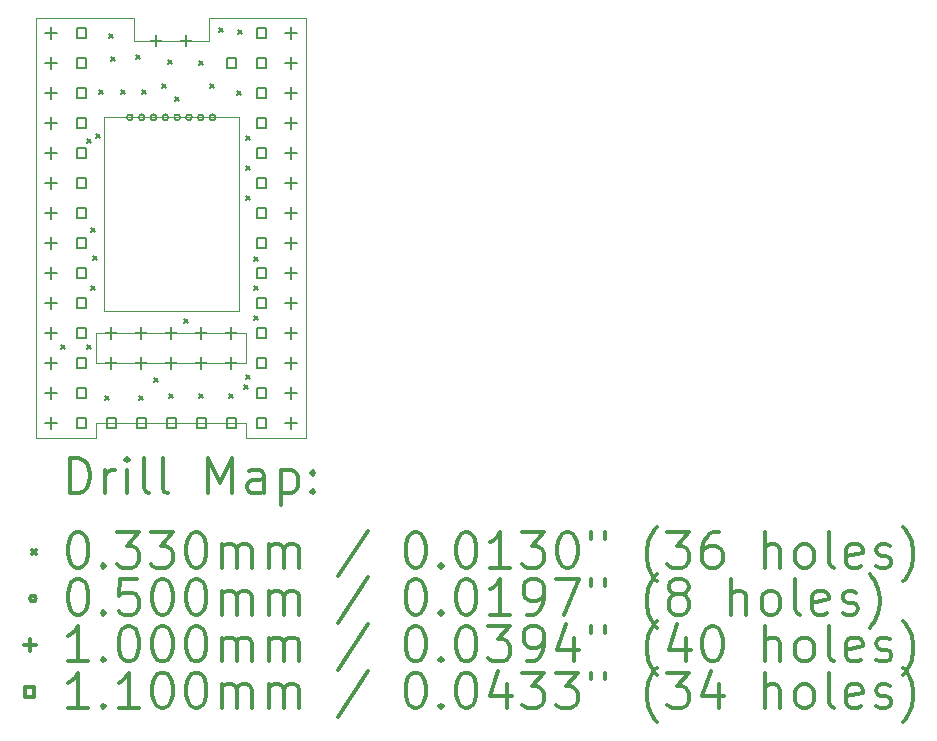
<source format=gbr>
%FSLAX45Y45*%
G04 Gerber Fmt 4.5, Leading zero omitted, Abs format (unit mm)*
G04 Created by KiCad (PCBNEW (5.1.10)-1) date 2022-03-14 22:22:43*
%MOMM*%
%LPD*%
G01*
G04 APERTURE LIST*
%TA.AperFunction,Profile*%
%ADD10C,0.050000*%
%TD*%
%ADD11C,0.200000*%
%ADD12C,0.300000*%
G04 APERTURE END LIST*
D10*
X15367000Y-11557000D02*
X14859000Y-11557000D01*
X15367000Y-11430000D02*
X15367000Y-11557000D01*
X16637000Y-11430000D02*
X15367000Y-11430000D01*
X16637000Y-11557000D02*
X16637000Y-11430000D01*
X17145000Y-11557000D02*
X16637000Y-11557000D01*
X16637000Y-10922000D02*
X16637000Y-10668000D01*
X15367000Y-10922000D02*
X16637000Y-10922000D01*
X15367000Y-10668000D02*
X15367000Y-10922000D01*
X15430500Y-10477500D02*
X15430500Y-8841740D01*
X16573500Y-10477500D02*
X15430500Y-10477500D01*
X16573500Y-8841740D02*
X16573500Y-10477500D01*
X15430500Y-8841740D02*
X16573500Y-8841740D01*
X16637000Y-10668000D02*
X15367000Y-10668000D01*
X15684500Y-8001000D02*
X14859000Y-8001000D01*
X15684500Y-8191500D02*
X15684500Y-8001000D01*
X16319500Y-8191500D02*
X15684500Y-8191500D01*
X16319500Y-8001000D02*
X16319500Y-8191500D01*
X17145000Y-8001000D02*
X16319500Y-8001000D01*
X14859000Y-11557000D02*
X14859000Y-8001000D01*
X17145000Y-8001000D02*
X17145000Y-11557000D01*
D11*
X15071090Y-10765790D02*
X15104110Y-10798810D01*
X15104110Y-10765790D02*
X15071090Y-10798810D01*
X15286990Y-10765790D02*
X15320010Y-10798810D01*
X15320010Y-10765790D02*
X15286990Y-10798810D01*
X15288228Y-9026771D02*
X15321248Y-9059791D01*
X15321248Y-9026771D02*
X15288228Y-9059791D01*
X15325090Y-9775190D02*
X15358110Y-9808210D01*
X15358110Y-9775190D02*
X15325090Y-9808210D01*
X15325090Y-10270490D02*
X15358110Y-10303510D01*
X15358110Y-10270490D02*
X15325090Y-10303510D01*
X15337790Y-10016490D02*
X15370810Y-10049510D01*
X15370810Y-10016490D02*
X15337790Y-10049510D01*
X15361959Y-8986024D02*
X15394979Y-9019044D01*
X15394979Y-8986024D02*
X15361959Y-9019044D01*
X15388590Y-8606790D02*
X15421610Y-8639810D01*
X15421610Y-8606790D02*
X15388590Y-8639810D01*
X15439390Y-11197590D02*
X15472410Y-11230610D01*
X15472410Y-11197590D02*
X15439390Y-11230610D01*
X15477490Y-8136890D02*
X15510510Y-8169910D01*
X15510510Y-8136890D02*
X15477490Y-8169910D01*
X15490190Y-8327390D02*
X15523210Y-8360410D01*
X15523210Y-8327390D02*
X15490190Y-8360410D01*
X15579090Y-8606790D02*
X15612110Y-8639810D01*
X15612110Y-8606790D02*
X15579090Y-8639810D01*
X15706090Y-8314690D02*
X15739110Y-8347710D01*
X15739110Y-8314690D02*
X15706090Y-8347710D01*
X15731490Y-11197590D02*
X15764510Y-11230610D01*
X15764510Y-11197590D02*
X15731490Y-11230610D01*
X15756890Y-8606790D02*
X15789910Y-8639810D01*
X15789910Y-8606790D02*
X15756890Y-8639810D01*
X15858490Y-11045190D02*
X15891510Y-11078210D01*
X15891510Y-11045190D02*
X15858490Y-11078210D01*
X15921990Y-8555990D02*
X15955010Y-8589010D01*
X15955010Y-8555990D02*
X15921990Y-8589010D01*
X15972790Y-8352790D02*
X16005810Y-8385810D01*
X16005810Y-8352790D02*
X15972790Y-8385810D01*
X15985490Y-11184890D02*
X16018510Y-11217910D01*
X16018510Y-11184890D02*
X15985490Y-11217910D01*
X16036290Y-8670290D02*
X16069310Y-8703310D01*
X16069310Y-8670290D02*
X16036290Y-8703310D01*
X16112490Y-10549890D02*
X16145510Y-10582910D01*
X16145510Y-10549890D02*
X16112490Y-10582910D01*
X16239490Y-8365490D02*
X16272510Y-8398510D01*
X16272510Y-8365490D02*
X16239490Y-8398510D01*
X16239490Y-11184890D02*
X16272510Y-11217910D01*
X16272510Y-11184890D02*
X16239490Y-11217910D01*
X16328390Y-8555990D02*
X16361410Y-8589010D01*
X16361410Y-8555990D02*
X16328390Y-8589010D01*
X16404590Y-8086090D02*
X16437610Y-8119110D01*
X16437610Y-8086090D02*
X16404590Y-8119110D01*
X16493490Y-11184890D02*
X16526510Y-11217910D01*
X16526510Y-11184890D02*
X16493490Y-11217910D01*
X16556990Y-8619490D02*
X16590010Y-8652510D01*
X16590010Y-8619490D02*
X16556990Y-8652510D01*
X16569690Y-8098790D02*
X16602710Y-8131810D01*
X16602710Y-8098790D02*
X16569690Y-8131810D01*
X16615105Y-11105495D02*
X16648125Y-11138515D01*
X16648125Y-11105495D02*
X16615105Y-11138515D01*
X16633190Y-9000490D02*
X16666210Y-9033510D01*
X16666210Y-9000490D02*
X16633190Y-9033510D01*
X16633190Y-9254490D02*
X16666210Y-9287510D01*
X16666210Y-9254490D02*
X16633190Y-9287510D01*
X16633190Y-9508490D02*
X16666210Y-9541510D01*
X16666210Y-9508490D02*
X16633190Y-9541510D01*
X16635730Y-11022330D02*
X16668750Y-11055350D01*
X16668750Y-11022330D02*
X16635730Y-11055350D01*
X16704310Y-10270490D02*
X16737330Y-10303510D01*
X16737330Y-10270490D02*
X16704310Y-10303510D01*
X16704310Y-10527030D02*
X16737330Y-10560050D01*
X16737330Y-10527030D02*
X16704310Y-10560050D01*
X16706850Y-10021570D02*
X16739870Y-10054590D01*
X16739870Y-10021570D02*
X16706850Y-10054590D01*
X15677000Y-8841840D02*
G75*
G03*
X15677000Y-8841840I-25000J0D01*
G01*
X15777000Y-8841840D02*
G75*
G03*
X15777000Y-8841840I-25000J0D01*
G01*
X15877000Y-8841840D02*
G75*
G03*
X15877000Y-8841840I-25000J0D01*
G01*
X15977000Y-8841840D02*
G75*
G03*
X15977000Y-8841840I-25000J0D01*
G01*
X16077000Y-8841840D02*
G75*
G03*
X16077000Y-8841840I-25000J0D01*
G01*
X16177000Y-8841840D02*
G75*
G03*
X16177000Y-8841840I-25000J0D01*
G01*
X16277000Y-8841840D02*
G75*
G03*
X16277000Y-8841840I-25000J0D01*
G01*
X16377000Y-8841840D02*
G75*
G03*
X16377000Y-8841840I-25000J0D01*
G01*
X14986000Y-8078000D02*
X14986000Y-8178000D01*
X14936000Y-8128000D02*
X15036000Y-8128000D01*
X14986000Y-8332000D02*
X14986000Y-8432000D01*
X14936000Y-8382000D02*
X15036000Y-8382000D01*
X14986000Y-8586000D02*
X14986000Y-8686000D01*
X14936000Y-8636000D02*
X15036000Y-8636000D01*
X14986000Y-8840000D02*
X14986000Y-8940000D01*
X14936000Y-8890000D02*
X15036000Y-8890000D01*
X14986000Y-9094000D02*
X14986000Y-9194000D01*
X14936000Y-9144000D02*
X15036000Y-9144000D01*
X14986000Y-9348000D02*
X14986000Y-9448000D01*
X14936000Y-9398000D02*
X15036000Y-9398000D01*
X14986000Y-9602000D02*
X14986000Y-9702000D01*
X14936000Y-9652000D02*
X15036000Y-9652000D01*
X14986000Y-9856000D02*
X14986000Y-9956000D01*
X14936000Y-9906000D02*
X15036000Y-9906000D01*
X14986000Y-10110000D02*
X14986000Y-10210000D01*
X14936000Y-10160000D02*
X15036000Y-10160000D01*
X14986000Y-10364000D02*
X14986000Y-10464000D01*
X14936000Y-10414000D02*
X15036000Y-10414000D01*
X14986000Y-10618000D02*
X14986000Y-10718000D01*
X14936000Y-10668000D02*
X15036000Y-10668000D01*
X14986000Y-10872000D02*
X14986000Y-10972000D01*
X14936000Y-10922000D02*
X15036000Y-10922000D01*
X14986000Y-11126000D02*
X14986000Y-11226000D01*
X14936000Y-11176000D02*
X15036000Y-11176000D01*
X14986000Y-11380000D02*
X14986000Y-11480000D01*
X14936000Y-11430000D02*
X15036000Y-11430000D01*
X15494000Y-10618000D02*
X15494000Y-10718000D01*
X15444000Y-10668000D02*
X15544000Y-10668000D01*
X15494000Y-10872000D02*
X15494000Y-10972000D01*
X15444000Y-10922000D02*
X15544000Y-10922000D01*
X15748000Y-10618000D02*
X15748000Y-10718000D01*
X15698000Y-10668000D02*
X15798000Y-10668000D01*
X15748000Y-10872000D02*
X15748000Y-10972000D01*
X15698000Y-10922000D02*
X15798000Y-10922000D01*
X15875000Y-8141500D02*
X15875000Y-8241500D01*
X15825000Y-8191500D02*
X15925000Y-8191500D01*
X16002000Y-10618000D02*
X16002000Y-10718000D01*
X15952000Y-10668000D02*
X16052000Y-10668000D01*
X16002000Y-10872000D02*
X16002000Y-10972000D01*
X15952000Y-10922000D02*
X16052000Y-10922000D01*
X16129000Y-8141500D02*
X16129000Y-8241500D01*
X16079000Y-8191500D02*
X16179000Y-8191500D01*
X16256000Y-10618000D02*
X16256000Y-10718000D01*
X16206000Y-10668000D02*
X16306000Y-10668000D01*
X16256000Y-10872000D02*
X16256000Y-10972000D01*
X16206000Y-10922000D02*
X16306000Y-10922000D01*
X16510000Y-10618000D02*
X16510000Y-10718000D01*
X16460000Y-10668000D02*
X16560000Y-10668000D01*
X16510000Y-10872000D02*
X16510000Y-10972000D01*
X16460000Y-10922000D02*
X16560000Y-10922000D01*
X17018000Y-8078000D02*
X17018000Y-8178000D01*
X16968000Y-8128000D02*
X17068000Y-8128000D01*
X17018000Y-8332000D02*
X17018000Y-8432000D01*
X16968000Y-8382000D02*
X17068000Y-8382000D01*
X17018000Y-8586000D02*
X17018000Y-8686000D01*
X16968000Y-8636000D02*
X17068000Y-8636000D01*
X17018000Y-8840000D02*
X17018000Y-8940000D01*
X16968000Y-8890000D02*
X17068000Y-8890000D01*
X17018000Y-9094000D02*
X17018000Y-9194000D01*
X16968000Y-9144000D02*
X17068000Y-9144000D01*
X17018000Y-9348000D02*
X17018000Y-9448000D01*
X16968000Y-9398000D02*
X17068000Y-9398000D01*
X17018000Y-9602000D02*
X17018000Y-9702000D01*
X16968000Y-9652000D02*
X17068000Y-9652000D01*
X17018000Y-9856000D02*
X17018000Y-9956000D01*
X16968000Y-9906000D02*
X17068000Y-9906000D01*
X17018000Y-10110000D02*
X17018000Y-10210000D01*
X16968000Y-10160000D02*
X17068000Y-10160000D01*
X17018000Y-10364000D02*
X17018000Y-10464000D01*
X16968000Y-10414000D02*
X17068000Y-10414000D01*
X17018000Y-10618000D02*
X17018000Y-10718000D01*
X16968000Y-10668000D02*
X17068000Y-10668000D01*
X17018000Y-10872000D02*
X17018000Y-10972000D01*
X16968000Y-10922000D02*
X17068000Y-10922000D01*
X17018000Y-11126000D02*
X17018000Y-11226000D01*
X16968000Y-11176000D02*
X17068000Y-11176000D01*
X17018000Y-11380000D02*
X17018000Y-11480000D01*
X16968000Y-11430000D02*
X17068000Y-11430000D01*
X15278891Y-8166891D02*
X15278891Y-8089109D01*
X15201109Y-8089109D01*
X15201109Y-8166891D01*
X15278891Y-8166891D01*
X15278891Y-8420891D02*
X15278891Y-8343109D01*
X15201109Y-8343109D01*
X15201109Y-8420891D01*
X15278891Y-8420891D01*
X15278891Y-8674891D02*
X15278891Y-8597109D01*
X15201109Y-8597109D01*
X15201109Y-8674891D01*
X15278891Y-8674891D01*
X15278891Y-8928891D02*
X15278891Y-8851109D01*
X15201109Y-8851109D01*
X15201109Y-8928891D01*
X15278891Y-8928891D01*
X15278891Y-9182891D02*
X15278891Y-9105109D01*
X15201109Y-9105109D01*
X15201109Y-9182891D01*
X15278891Y-9182891D01*
X15278891Y-9436891D02*
X15278891Y-9359109D01*
X15201109Y-9359109D01*
X15201109Y-9436891D01*
X15278891Y-9436891D01*
X15278891Y-9690891D02*
X15278891Y-9613109D01*
X15201109Y-9613109D01*
X15201109Y-9690891D01*
X15278891Y-9690891D01*
X15278891Y-9944891D02*
X15278891Y-9867109D01*
X15201109Y-9867109D01*
X15201109Y-9944891D01*
X15278891Y-9944891D01*
X15278891Y-10198891D02*
X15278891Y-10121109D01*
X15201109Y-10121109D01*
X15201109Y-10198891D01*
X15278891Y-10198891D01*
X15278891Y-10452891D02*
X15278891Y-10375109D01*
X15201109Y-10375109D01*
X15201109Y-10452891D01*
X15278891Y-10452891D01*
X15278891Y-10706891D02*
X15278891Y-10629109D01*
X15201109Y-10629109D01*
X15201109Y-10706891D01*
X15278891Y-10706891D01*
X15278891Y-10960891D02*
X15278891Y-10883109D01*
X15201109Y-10883109D01*
X15201109Y-10960891D01*
X15278891Y-10960891D01*
X15278891Y-11214891D02*
X15278891Y-11137109D01*
X15201109Y-11137109D01*
X15201109Y-11214891D01*
X15278891Y-11214891D01*
X15278891Y-11468891D02*
X15278891Y-11391109D01*
X15201109Y-11391109D01*
X15201109Y-11468891D01*
X15278891Y-11468891D01*
X15532891Y-11468891D02*
X15532891Y-11391109D01*
X15455109Y-11391109D01*
X15455109Y-11468891D01*
X15532891Y-11468891D01*
X15786891Y-11468891D02*
X15786891Y-11391109D01*
X15709109Y-11391109D01*
X15709109Y-11468891D01*
X15786891Y-11468891D01*
X16040891Y-11468891D02*
X16040891Y-11391109D01*
X15963109Y-11391109D01*
X15963109Y-11468891D01*
X16040891Y-11468891D01*
X16294891Y-11468891D02*
X16294891Y-11391109D01*
X16217109Y-11391109D01*
X16217109Y-11468891D01*
X16294891Y-11468891D01*
X16548891Y-8420891D02*
X16548891Y-8343109D01*
X16471109Y-8343109D01*
X16471109Y-8420891D01*
X16548891Y-8420891D01*
X16548891Y-11468891D02*
X16548891Y-11391109D01*
X16471109Y-11391109D01*
X16471109Y-11468891D01*
X16548891Y-11468891D01*
X16802891Y-8166891D02*
X16802891Y-8089109D01*
X16725109Y-8089109D01*
X16725109Y-8166891D01*
X16802891Y-8166891D01*
X16802891Y-8420891D02*
X16802891Y-8343109D01*
X16725109Y-8343109D01*
X16725109Y-8420891D01*
X16802891Y-8420891D01*
X16802891Y-8674891D02*
X16802891Y-8597109D01*
X16725109Y-8597109D01*
X16725109Y-8674891D01*
X16802891Y-8674891D01*
X16802891Y-8928891D02*
X16802891Y-8851109D01*
X16725109Y-8851109D01*
X16725109Y-8928891D01*
X16802891Y-8928891D01*
X16802891Y-9182891D02*
X16802891Y-9105109D01*
X16725109Y-9105109D01*
X16725109Y-9182891D01*
X16802891Y-9182891D01*
X16802891Y-9436891D02*
X16802891Y-9359109D01*
X16725109Y-9359109D01*
X16725109Y-9436891D01*
X16802891Y-9436891D01*
X16802891Y-9690891D02*
X16802891Y-9613109D01*
X16725109Y-9613109D01*
X16725109Y-9690891D01*
X16802891Y-9690891D01*
X16802891Y-9944891D02*
X16802891Y-9867109D01*
X16725109Y-9867109D01*
X16725109Y-9944891D01*
X16802891Y-9944891D01*
X16802891Y-10198891D02*
X16802891Y-10121109D01*
X16725109Y-10121109D01*
X16725109Y-10198891D01*
X16802891Y-10198891D01*
X16802891Y-10452891D02*
X16802891Y-10375109D01*
X16725109Y-10375109D01*
X16725109Y-10452891D01*
X16802891Y-10452891D01*
X16802891Y-10706891D02*
X16802891Y-10629109D01*
X16725109Y-10629109D01*
X16725109Y-10706891D01*
X16802891Y-10706891D01*
X16802891Y-10960891D02*
X16802891Y-10883109D01*
X16725109Y-10883109D01*
X16725109Y-10960891D01*
X16802891Y-10960891D01*
X16802891Y-11214891D02*
X16802891Y-11137109D01*
X16725109Y-11137109D01*
X16725109Y-11214891D01*
X16802891Y-11214891D01*
X16802891Y-11468891D02*
X16802891Y-11391109D01*
X16725109Y-11391109D01*
X16725109Y-11468891D01*
X16802891Y-11468891D01*
D12*
X15142928Y-12025214D02*
X15142928Y-11725214D01*
X15214357Y-11725214D01*
X15257214Y-11739500D01*
X15285786Y-11768071D01*
X15300071Y-11796643D01*
X15314357Y-11853786D01*
X15314357Y-11896643D01*
X15300071Y-11953786D01*
X15285786Y-11982357D01*
X15257214Y-12010929D01*
X15214357Y-12025214D01*
X15142928Y-12025214D01*
X15442928Y-12025214D02*
X15442928Y-11825214D01*
X15442928Y-11882357D02*
X15457214Y-11853786D01*
X15471500Y-11839500D01*
X15500071Y-11825214D01*
X15528643Y-11825214D01*
X15628643Y-12025214D02*
X15628643Y-11825214D01*
X15628643Y-11725214D02*
X15614357Y-11739500D01*
X15628643Y-11753786D01*
X15642928Y-11739500D01*
X15628643Y-11725214D01*
X15628643Y-11753786D01*
X15814357Y-12025214D02*
X15785786Y-12010929D01*
X15771500Y-11982357D01*
X15771500Y-11725214D01*
X15971500Y-12025214D02*
X15942928Y-12010929D01*
X15928643Y-11982357D01*
X15928643Y-11725214D01*
X16314357Y-12025214D02*
X16314357Y-11725214D01*
X16414357Y-11939500D01*
X16514357Y-11725214D01*
X16514357Y-12025214D01*
X16785786Y-12025214D02*
X16785786Y-11868071D01*
X16771500Y-11839500D01*
X16742928Y-11825214D01*
X16685786Y-11825214D01*
X16657214Y-11839500D01*
X16785786Y-12010929D02*
X16757214Y-12025214D01*
X16685786Y-12025214D01*
X16657214Y-12010929D01*
X16642928Y-11982357D01*
X16642928Y-11953786D01*
X16657214Y-11925214D01*
X16685786Y-11910929D01*
X16757214Y-11910929D01*
X16785786Y-11896643D01*
X16928643Y-11825214D02*
X16928643Y-12125214D01*
X16928643Y-11839500D02*
X16957214Y-11825214D01*
X17014357Y-11825214D01*
X17042928Y-11839500D01*
X17057214Y-11853786D01*
X17071500Y-11882357D01*
X17071500Y-11968071D01*
X17057214Y-11996643D01*
X17042928Y-12010929D01*
X17014357Y-12025214D01*
X16957214Y-12025214D01*
X16928643Y-12010929D01*
X17200071Y-11996643D02*
X17214357Y-12010929D01*
X17200071Y-12025214D01*
X17185786Y-12010929D01*
X17200071Y-11996643D01*
X17200071Y-12025214D01*
X17200071Y-11839500D02*
X17214357Y-11853786D01*
X17200071Y-11868071D01*
X17185786Y-11853786D01*
X17200071Y-11839500D01*
X17200071Y-11868071D01*
X14823480Y-12502990D02*
X14856500Y-12536010D01*
X14856500Y-12502990D02*
X14823480Y-12536010D01*
X15200071Y-12355214D02*
X15228643Y-12355214D01*
X15257214Y-12369500D01*
X15271500Y-12383786D01*
X15285786Y-12412357D01*
X15300071Y-12469500D01*
X15300071Y-12540929D01*
X15285786Y-12598071D01*
X15271500Y-12626643D01*
X15257214Y-12640929D01*
X15228643Y-12655214D01*
X15200071Y-12655214D01*
X15171500Y-12640929D01*
X15157214Y-12626643D01*
X15142928Y-12598071D01*
X15128643Y-12540929D01*
X15128643Y-12469500D01*
X15142928Y-12412357D01*
X15157214Y-12383786D01*
X15171500Y-12369500D01*
X15200071Y-12355214D01*
X15428643Y-12626643D02*
X15442928Y-12640929D01*
X15428643Y-12655214D01*
X15414357Y-12640929D01*
X15428643Y-12626643D01*
X15428643Y-12655214D01*
X15542928Y-12355214D02*
X15728643Y-12355214D01*
X15628643Y-12469500D01*
X15671500Y-12469500D01*
X15700071Y-12483786D01*
X15714357Y-12498071D01*
X15728643Y-12526643D01*
X15728643Y-12598071D01*
X15714357Y-12626643D01*
X15700071Y-12640929D01*
X15671500Y-12655214D01*
X15585786Y-12655214D01*
X15557214Y-12640929D01*
X15542928Y-12626643D01*
X15828643Y-12355214D02*
X16014357Y-12355214D01*
X15914357Y-12469500D01*
X15957214Y-12469500D01*
X15985786Y-12483786D01*
X16000071Y-12498071D01*
X16014357Y-12526643D01*
X16014357Y-12598071D01*
X16000071Y-12626643D01*
X15985786Y-12640929D01*
X15957214Y-12655214D01*
X15871500Y-12655214D01*
X15842928Y-12640929D01*
X15828643Y-12626643D01*
X16200071Y-12355214D02*
X16228643Y-12355214D01*
X16257214Y-12369500D01*
X16271500Y-12383786D01*
X16285786Y-12412357D01*
X16300071Y-12469500D01*
X16300071Y-12540929D01*
X16285786Y-12598071D01*
X16271500Y-12626643D01*
X16257214Y-12640929D01*
X16228643Y-12655214D01*
X16200071Y-12655214D01*
X16171500Y-12640929D01*
X16157214Y-12626643D01*
X16142928Y-12598071D01*
X16128643Y-12540929D01*
X16128643Y-12469500D01*
X16142928Y-12412357D01*
X16157214Y-12383786D01*
X16171500Y-12369500D01*
X16200071Y-12355214D01*
X16428643Y-12655214D02*
X16428643Y-12455214D01*
X16428643Y-12483786D02*
X16442928Y-12469500D01*
X16471500Y-12455214D01*
X16514357Y-12455214D01*
X16542928Y-12469500D01*
X16557214Y-12498071D01*
X16557214Y-12655214D01*
X16557214Y-12498071D02*
X16571500Y-12469500D01*
X16600071Y-12455214D01*
X16642928Y-12455214D01*
X16671500Y-12469500D01*
X16685786Y-12498071D01*
X16685786Y-12655214D01*
X16828643Y-12655214D02*
X16828643Y-12455214D01*
X16828643Y-12483786D02*
X16842928Y-12469500D01*
X16871500Y-12455214D01*
X16914357Y-12455214D01*
X16942928Y-12469500D01*
X16957214Y-12498071D01*
X16957214Y-12655214D01*
X16957214Y-12498071D02*
X16971500Y-12469500D01*
X17000071Y-12455214D01*
X17042928Y-12455214D01*
X17071500Y-12469500D01*
X17085786Y-12498071D01*
X17085786Y-12655214D01*
X17671500Y-12340929D02*
X17414357Y-12726643D01*
X18057214Y-12355214D02*
X18085786Y-12355214D01*
X18114357Y-12369500D01*
X18128643Y-12383786D01*
X18142928Y-12412357D01*
X18157214Y-12469500D01*
X18157214Y-12540929D01*
X18142928Y-12598071D01*
X18128643Y-12626643D01*
X18114357Y-12640929D01*
X18085786Y-12655214D01*
X18057214Y-12655214D01*
X18028643Y-12640929D01*
X18014357Y-12626643D01*
X18000071Y-12598071D01*
X17985786Y-12540929D01*
X17985786Y-12469500D01*
X18000071Y-12412357D01*
X18014357Y-12383786D01*
X18028643Y-12369500D01*
X18057214Y-12355214D01*
X18285786Y-12626643D02*
X18300071Y-12640929D01*
X18285786Y-12655214D01*
X18271500Y-12640929D01*
X18285786Y-12626643D01*
X18285786Y-12655214D01*
X18485786Y-12355214D02*
X18514357Y-12355214D01*
X18542928Y-12369500D01*
X18557214Y-12383786D01*
X18571500Y-12412357D01*
X18585786Y-12469500D01*
X18585786Y-12540929D01*
X18571500Y-12598071D01*
X18557214Y-12626643D01*
X18542928Y-12640929D01*
X18514357Y-12655214D01*
X18485786Y-12655214D01*
X18457214Y-12640929D01*
X18442928Y-12626643D01*
X18428643Y-12598071D01*
X18414357Y-12540929D01*
X18414357Y-12469500D01*
X18428643Y-12412357D01*
X18442928Y-12383786D01*
X18457214Y-12369500D01*
X18485786Y-12355214D01*
X18871500Y-12655214D02*
X18700071Y-12655214D01*
X18785786Y-12655214D02*
X18785786Y-12355214D01*
X18757214Y-12398071D01*
X18728643Y-12426643D01*
X18700071Y-12440929D01*
X18971500Y-12355214D02*
X19157214Y-12355214D01*
X19057214Y-12469500D01*
X19100071Y-12469500D01*
X19128643Y-12483786D01*
X19142928Y-12498071D01*
X19157214Y-12526643D01*
X19157214Y-12598071D01*
X19142928Y-12626643D01*
X19128643Y-12640929D01*
X19100071Y-12655214D01*
X19014357Y-12655214D01*
X18985786Y-12640929D01*
X18971500Y-12626643D01*
X19342928Y-12355214D02*
X19371500Y-12355214D01*
X19400071Y-12369500D01*
X19414357Y-12383786D01*
X19428643Y-12412357D01*
X19442928Y-12469500D01*
X19442928Y-12540929D01*
X19428643Y-12598071D01*
X19414357Y-12626643D01*
X19400071Y-12640929D01*
X19371500Y-12655214D01*
X19342928Y-12655214D01*
X19314357Y-12640929D01*
X19300071Y-12626643D01*
X19285786Y-12598071D01*
X19271500Y-12540929D01*
X19271500Y-12469500D01*
X19285786Y-12412357D01*
X19300071Y-12383786D01*
X19314357Y-12369500D01*
X19342928Y-12355214D01*
X19557214Y-12355214D02*
X19557214Y-12412357D01*
X19671500Y-12355214D02*
X19671500Y-12412357D01*
X20114357Y-12769500D02*
X20100071Y-12755214D01*
X20071500Y-12712357D01*
X20057214Y-12683786D01*
X20042928Y-12640929D01*
X20028643Y-12569500D01*
X20028643Y-12512357D01*
X20042928Y-12440929D01*
X20057214Y-12398071D01*
X20071500Y-12369500D01*
X20100071Y-12326643D01*
X20114357Y-12312357D01*
X20200071Y-12355214D02*
X20385786Y-12355214D01*
X20285786Y-12469500D01*
X20328643Y-12469500D01*
X20357214Y-12483786D01*
X20371500Y-12498071D01*
X20385786Y-12526643D01*
X20385786Y-12598071D01*
X20371500Y-12626643D01*
X20357214Y-12640929D01*
X20328643Y-12655214D01*
X20242928Y-12655214D01*
X20214357Y-12640929D01*
X20200071Y-12626643D01*
X20642928Y-12355214D02*
X20585786Y-12355214D01*
X20557214Y-12369500D01*
X20542928Y-12383786D01*
X20514357Y-12426643D01*
X20500071Y-12483786D01*
X20500071Y-12598071D01*
X20514357Y-12626643D01*
X20528643Y-12640929D01*
X20557214Y-12655214D01*
X20614357Y-12655214D01*
X20642928Y-12640929D01*
X20657214Y-12626643D01*
X20671500Y-12598071D01*
X20671500Y-12526643D01*
X20657214Y-12498071D01*
X20642928Y-12483786D01*
X20614357Y-12469500D01*
X20557214Y-12469500D01*
X20528643Y-12483786D01*
X20514357Y-12498071D01*
X20500071Y-12526643D01*
X21028643Y-12655214D02*
X21028643Y-12355214D01*
X21157214Y-12655214D02*
X21157214Y-12498071D01*
X21142928Y-12469500D01*
X21114357Y-12455214D01*
X21071500Y-12455214D01*
X21042928Y-12469500D01*
X21028643Y-12483786D01*
X21342928Y-12655214D02*
X21314357Y-12640929D01*
X21300071Y-12626643D01*
X21285786Y-12598071D01*
X21285786Y-12512357D01*
X21300071Y-12483786D01*
X21314357Y-12469500D01*
X21342928Y-12455214D01*
X21385786Y-12455214D01*
X21414357Y-12469500D01*
X21428643Y-12483786D01*
X21442928Y-12512357D01*
X21442928Y-12598071D01*
X21428643Y-12626643D01*
X21414357Y-12640929D01*
X21385786Y-12655214D01*
X21342928Y-12655214D01*
X21614357Y-12655214D02*
X21585786Y-12640929D01*
X21571500Y-12612357D01*
X21571500Y-12355214D01*
X21842928Y-12640929D02*
X21814357Y-12655214D01*
X21757214Y-12655214D01*
X21728643Y-12640929D01*
X21714357Y-12612357D01*
X21714357Y-12498071D01*
X21728643Y-12469500D01*
X21757214Y-12455214D01*
X21814357Y-12455214D01*
X21842928Y-12469500D01*
X21857214Y-12498071D01*
X21857214Y-12526643D01*
X21714357Y-12555214D01*
X21971500Y-12640929D02*
X22000071Y-12655214D01*
X22057214Y-12655214D01*
X22085786Y-12640929D01*
X22100071Y-12612357D01*
X22100071Y-12598071D01*
X22085786Y-12569500D01*
X22057214Y-12555214D01*
X22014357Y-12555214D01*
X21985786Y-12540929D01*
X21971500Y-12512357D01*
X21971500Y-12498071D01*
X21985786Y-12469500D01*
X22014357Y-12455214D01*
X22057214Y-12455214D01*
X22085786Y-12469500D01*
X22200071Y-12769500D02*
X22214357Y-12755214D01*
X22242928Y-12712357D01*
X22257214Y-12683786D01*
X22271500Y-12640929D01*
X22285786Y-12569500D01*
X22285786Y-12512357D01*
X22271500Y-12440929D01*
X22257214Y-12398071D01*
X22242928Y-12369500D01*
X22214357Y-12326643D01*
X22200071Y-12312357D01*
X14856500Y-12915500D02*
G75*
G03*
X14856500Y-12915500I-25000J0D01*
G01*
X15200071Y-12751214D02*
X15228643Y-12751214D01*
X15257214Y-12765500D01*
X15271500Y-12779786D01*
X15285786Y-12808357D01*
X15300071Y-12865500D01*
X15300071Y-12936929D01*
X15285786Y-12994071D01*
X15271500Y-13022643D01*
X15257214Y-13036929D01*
X15228643Y-13051214D01*
X15200071Y-13051214D01*
X15171500Y-13036929D01*
X15157214Y-13022643D01*
X15142928Y-12994071D01*
X15128643Y-12936929D01*
X15128643Y-12865500D01*
X15142928Y-12808357D01*
X15157214Y-12779786D01*
X15171500Y-12765500D01*
X15200071Y-12751214D01*
X15428643Y-13022643D02*
X15442928Y-13036929D01*
X15428643Y-13051214D01*
X15414357Y-13036929D01*
X15428643Y-13022643D01*
X15428643Y-13051214D01*
X15714357Y-12751214D02*
X15571500Y-12751214D01*
X15557214Y-12894071D01*
X15571500Y-12879786D01*
X15600071Y-12865500D01*
X15671500Y-12865500D01*
X15700071Y-12879786D01*
X15714357Y-12894071D01*
X15728643Y-12922643D01*
X15728643Y-12994071D01*
X15714357Y-13022643D01*
X15700071Y-13036929D01*
X15671500Y-13051214D01*
X15600071Y-13051214D01*
X15571500Y-13036929D01*
X15557214Y-13022643D01*
X15914357Y-12751214D02*
X15942928Y-12751214D01*
X15971500Y-12765500D01*
X15985786Y-12779786D01*
X16000071Y-12808357D01*
X16014357Y-12865500D01*
X16014357Y-12936929D01*
X16000071Y-12994071D01*
X15985786Y-13022643D01*
X15971500Y-13036929D01*
X15942928Y-13051214D01*
X15914357Y-13051214D01*
X15885786Y-13036929D01*
X15871500Y-13022643D01*
X15857214Y-12994071D01*
X15842928Y-12936929D01*
X15842928Y-12865500D01*
X15857214Y-12808357D01*
X15871500Y-12779786D01*
X15885786Y-12765500D01*
X15914357Y-12751214D01*
X16200071Y-12751214D02*
X16228643Y-12751214D01*
X16257214Y-12765500D01*
X16271500Y-12779786D01*
X16285786Y-12808357D01*
X16300071Y-12865500D01*
X16300071Y-12936929D01*
X16285786Y-12994071D01*
X16271500Y-13022643D01*
X16257214Y-13036929D01*
X16228643Y-13051214D01*
X16200071Y-13051214D01*
X16171500Y-13036929D01*
X16157214Y-13022643D01*
X16142928Y-12994071D01*
X16128643Y-12936929D01*
X16128643Y-12865500D01*
X16142928Y-12808357D01*
X16157214Y-12779786D01*
X16171500Y-12765500D01*
X16200071Y-12751214D01*
X16428643Y-13051214D02*
X16428643Y-12851214D01*
X16428643Y-12879786D02*
X16442928Y-12865500D01*
X16471500Y-12851214D01*
X16514357Y-12851214D01*
X16542928Y-12865500D01*
X16557214Y-12894071D01*
X16557214Y-13051214D01*
X16557214Y-12894071D02*
X16571500Y-12865500D01*
X16600071Y-12851214D01*
X16642928Y-12851214D01*
X16671500Y-12865500D01*
X16685786Y-12894071D01*
X16685786Y-13051214D01*
X16828643Y-13051214D02*
X16828643Y-12851214D01*
X16828643Y-12879786D02*
X16842928Y-12865500D01*
X16871500Y-12851214D01*
X16914357Y-12851214D01*
X16942928Y-12865500D01*
X16957214Y-12894071D01*
X16957214Y-13051214D01*
X16957214Y-12894071D02*
X16971500Y-12865500D01*
X17000071Y-12851214D01*
X17042928Y-12851214D01*
X17071500Y-12865500D01*
X17085786Y-12894071D01*
X17085786Y-13051214D01*
X17671500Y-12736929D02*
X17414357Y-13122643D01*
X18057214Y-12751214D02*
X18085786Y-12751214D01*
X18114357Y-12765500D01*
X18128643Y-12779786D01*
X18142928Y-12808357D01*
X18157214Y-12865500D01*
X18157214Y-12936929D01*
X18142928Y-12994071D01*
X18128643Y-13022643D01*
X18114357Y-13036929D01*
X18085786Y-13051214D01*
X18057214Y-13051214D01*
X18028643Y-13036929D01*
X18014357Y-13022643D01*
X18000071Y-12994071D01*
X17985786Y-12936929D01*
X17985786Y-12865500D01*
X18000071Y-12808357D01*
X18014357Y-12779786D01*
X18028643Y-12765500D01*
X18057214Y-12751214D01*
X18285786Y-13022643D02*
X18300071Y-13036929D01*
X18285786Y-13051214D01*
X18271500Y-13036929D01*
X18285786Y-13022643D01*
X18285786Y-13051214D01*
X18485786Y-12751214D02*
X18514357Y-12751214D01*
X18542928Y-12765500D01*
X18557214Y-12779786D01*
X18571500Y-12808357D01*
X18585786Y-12865500D01*
X18585786Y-12936929D01*
X18571500Y-12994071D01*
X18557214Y-13022643D01*
X18542928Y-13036929D01*
X18514357Y-13051214D01*
X18485786Y-13051214D01*
X18457214Y-13036929D01*
X18442928Y-13022643D01*
X18428643Y-12994071D01*
X18414357Y-12936929D01*
X18414357Y-12865500D01*
X18428643Y-12808357D01*
X18442928Y-12779786D01*
X18457214Y-12765500D01*
X18485786Y-12751214D01*
X18871500Y-13051214D02*
X18700071Y-13051214D01*
X18785786Y-13051214D02*
X18785786Y-12751214D01*
X18757214Y-12794071D01*
X18728643Y-12822643D01*
X18700071Y-12836929D01*
X19014357Y-13051214D02*
X19071500Y-13051214D01*
X19100071Y-13036929D01*
X19114357Y-13022643D01*
X19142928Y-12979786D01*
X19157214Y-12922643D01*
X19157214Y-12808357D01*
X19142928Y-12779786D01*
X19128643Y-12765500D01*
X19100071Y-12751214D01*
X19042928Y-12751214D01*
X19014357Y-12765500D01*
X19000071Y-12779786D01*
X18985786Y-12808357D01*
X18985786Y-12879786D01*
X19000071Y-12908357D01*
X19014357Y-12922643D01*
X19042928Y-12936929D01*
X19100071Y-12936929D01*
X19128643Y-12922643D01*
X19142928Y-12908357D01*
X19157214Y-12879786D01*
X19257214Y-12751214D02*
X19457214Y-12751214D01*
X19328643Y-13051214D01*
X19557214Y-12751214D02*
X19557214Y-12808357D01*
X19671500Y-12751214D02*
X19671500Y-12808357D01*
X20114357Y-13165500D02*
X20100071Y-13151214D01*
X20071500Y-13108357D01*
X20057214Y-13079786D01*
X20042928Y-13036929D01*
X20028643Y-12965500D01*
X20028643Y-12908357D01*
X20042928Y-12836929D01*
X20057214Y-12794071D01*
X20071500Y-12765500D01*
X20100071Y-12722643D01*
X20114357Y-12708357D01*
X20271500Y-12879786D02*
X20242928Y-12865500D01*
X20228643Y-12851214D01*
X20214357Y-12822643D01*
X20214357Y-12808357D01*
X20228643Y-12779786D01*
X20242928Y-12765500D01*
X20271500Y-12751214D01*
X20328643Y-12751214D01*
X20357214Y-12765500D01*
X20371500Y-12779786D01*
X20385786Y-12808357D01*
X20385786Y-12822643D01*
X20371500Y-12851214D01*
X20357214Y-12865500D01*
X20328643Y-12879786D01*
X20271500Y-12879786D01*
X20242928Y-12894071D01*
X20228643Y-12908357D01*
X20214357Y-12936929D01*
X20214357Y-12994071D01*
X20228643Y-13022643D01*
X20242928Y-13036929D01*
X20271500Y-13051214D01*
X20328643Y-13051214D01*
X20357214Y-13036929D01*
X20371500Y-13022643D01*
X20385786Y-12994071D01*
X20385786Y-12936929D01*
X20371500Y-12908357D01*
X20357214Y-12894071D01*
X20328643Y-12879786D01*
X20742928Y-13051214D02*
X20742928Y-12751214D01*
X20871500Y-13051214D02*
X20871500Y-12894071D01*
X20857214Y-12865500D01*
X20828643Y-12851214D01*
X20785786Y-12851214D01*
X20757214Y-12865500D01*
X20742928Y-12879786D01*
X21057214Y-13051214D02*
X21028643Y-13036929D01*
X21014357Y-13022643D01*
X21000071Y-12994071D01*
X21000071Y-12908357D01*
X21014357Y-12879786D01*
X21028643Y-12865500D01*
X21057214Y-12851214D01*
X21100071Y-12851214D01*
X21128643Y-12865500D01*
X21142928Y-12879786D01*
X21157214Y-12908357D01*
X21157214Y-12994071D01*
X21142928Y-13022643D01*
X21128643Y-13036929D01*
X21100071Y-13051214D01*
X21057214Y-13051214D01*
X21328643Y-13051214D02*
X21300071Y-13036929D01*
X21285786Y-13008357D01*
X21285786Y-12751214D01*
X21557214Y-13036929D02*
X21528643Y-13051214D01*
X21471500Y-13051214D01*
X21442928Y-13036929D01*
X21428643Y-13008357D01*
X21428643Y-12894071D01*
X21442928Y-12865500D01*
X21471500Y-12851214D01*
X21528643Y-12851214D01*
X21557214Y-12865500D01*
X21571500Y-12894071D01*
X21571500Y-12922643D01*
X21428643Y-12951214D01*
X21685786Y-13036929D02*
X21714357Y-13051214D01*
X21771500Y-13051214D01*
X21800071Y-13036929D01*
X21814357Y-13008357D01*
X21814357Y-12994071D01*
X21800071Y-12965500D01*
X21771500Y-12951214D01*
X21728643Y-12951214D01*
X21700071Y-12936929D01*
X21685786Y-12908357D01*
X21685786Y-12894071D01*
X21700071Y-12865500D01*
X21728643Y-12851214D01*
X21771500Y-12851214D01*
X21800071Y-12865500D01*
X21914357Y-13165500D02*
X21928643Y-13151214D01*
X21957214Y-13108357D01*
X21971500Y-13079786D01*
X21985786Y-13036929D01*
X22000071Y-12965500D01*
X22000071Y-12908357D01*
X21985786Y-12836929D01*
X21971500Y-12794071D01*
X21957214Y-12765500D01*
X21928643Y-12722643D01*
X21914357Y-12708357D01*
X14806500Y-13261500D02*
X14806500Y-13361500D01*
X14756500Y-13311500D02*
X14856500Y-13311500D01*
X15300071Y-13447214D02*
X15128643Y-13447214D01*
X15214357Y-13447214D02*
X15214357Y-13147214D01*
X15185786Y-13190071D01*
X15157214Y-13218643D01*
X15128643Y-13232929D01*
X15428643Y-13418643D02*
X15442928Y-13432929D01*
X15428643Y-13447214D01*
X15414357Y-13432929D01*
X15428643Y-13418643D01*
X15428643Y-13447214D01*
X15628643Y-13147214D02*
X15657214Y-13147214D01*
X15685786Y-13161500D01*
X15700071Y-13175786D01*
X15714357Y-13204357D01*
X15728643Y-13261500D01*
X15728643Y-13332929D01*
X15714357Y-13390071D01*
X15700071Y-13418643D01*
X15685786Y-13432929D01*
X15657214Y-13447214D01*
X15628643Y-13447214D01*
X15600071Y-13432929D01*
X15585786Y-13418643D01*
X15571500Y-13390071D01*
X15557214Y-13332929D01*
X15557214Y-13261500D01*
X15571500Y-13204357D01*
X15585786Y-13175786D01*
X15600071Y-13161500D01*
X15628643Y-13147214D01*
X15914357Y-13147214D02*
X15942928Y-13147214D01*
X15971500Y-13161500D01*
X15985786Y-13175786D01*
X16000071Y-13204357D01*
X16014357Y-13261500D01*
X16014357Y-13332929D01*
X16000071Y-13390071D01*
X15985786Y-13418643D01*
X15971500Y-13432929D01*
X15942928Y-13447214D01*
X15914357Y-13447214D01*
X15885786Y-13432929D01*
X15871500Y-13418643D01*
X15857214Y-13390071D01*
X15842928Y-13332929D01*
X15842928Y-13261500D01*
X15857214Y-13204357D01*
X15871500Y-13175786D01*
X15885786Y-13161500D01*
X15914357Y-13147214D01*
X16200071Y-13147214D02*
X16228643Y-13147214D01*
X16257214Y-13161500D01*
X16271500Y-13175786D01*
X16285786Y-13204357D01*
X16300071Y-13261500D01*
X16300071Y-13332929D01*
X16285786Y-13390071D01*
X16271500Y-13418643D01*
X16257214Y-13432929D01*
X16228643Y-13447214D01*
X16200071Y-13447214D01*
X16171500Y-13432929D01*
X16157214Y-13418643D01*
X16142928Y-13390071D01*
X16128643Y-13332929D01*
X16128643Y-13261500D01*
X16142928Y-13204357D01*
X16157214Y-13175786D01*
X16171500Y-13161500D01*
X16200071Y-13147214D01*
X16428643Y-13447214D02*
X16428643Y-13247214D01*
X16428643Y-13275786D02*
X16442928Y-13261500D01*
X16471500Y-13247214D01*
X16514357Y-13247214D01*
X16542928Y-13261500D01*
X16557214Y-13290071D01*
X16557214Y-13447214D01*
X16557214Y-13290071D02*
X16571500Y-13261500D01*
X16600071Y-13247214D01*
X16642928Y-13247214D01*
X16671500Y-13261500D01*
X16685786Y-13290071D01*
X16685786Y-13447214D01*
X16828643Y-13447214D02*
X16828643Y-13247214D01*
X16828643Y-13275786D02*
X16842928Y-13261500D01*
X16871500Y-13247214D01*
X16914357Y-13247214D01*
X16942928Y-13261500D01*
X16957214Y-13290071D01*
X16957214Y-13447214D01*
X16957214Y-13290071D02*
X16971500Y-13261500D01*
X17000071Y-13247214D01*
X17042928Y-13247214D01*
X17071500Y-13261500D01*
X17085786Y-13290071D01*
X17085786Y-13447214D01*
X17671500Y-13132929D02*
X17414357Y-13518643D01*
X18057214Y-13147214D02*
X18085786Y-13147214D01*
X18114357Y-13161500D01*
X18128643Y-13175786D01*
X18142928Y-13204357D01*
X18157214Y-13261500D01*
X18157214Y-13332929D01*
X18142928Y-13390071D01*
X18128643Y-13418643D01*
X18114357Y-13432929D01*
X18085786Y-13447214D01*
X18057214Y-13447214D01*
X18028643Y-13432929D01*
X18014357Y-13418643D01*
X18000071Y-13390071D01*
X17985786Y-13332929D01*
X17985786Y-13261500D01*
X18000071Y-13204357D01*
X18014357Y-13175786D01*
X18028643Y-13161500D01*
X18057214Y-13147214D01*
X18285786Y-13418643D02*
X18300071Y-13432929D01*
X18285786Y-13447214D01*
X18271500Y-13432929D01*
X18285786Y-13418643D01*
X18285786Y-13447214D01*
X18485786Y-13147214D02*
X18514357Y-13147214D01*
X18542928Y-13161500D01*
X18557214Y-13175786D01*
X18571500Y-13204357D01*
X18585786Y-13261500D01*
X18585786Y-13332929D01*
X18571500Y-13390071D01*
X18557214Y-13418643D01*
X18542928Y-13432929D01*
X18514357Y-13447214D01*
X18485786Y-13447214D01*
X18457214Y-13432929D01*
X18442928Y-13418643D01*
X18428643Y-13390071D01*
X18414357Y-13332929D01*
X18414357Y-13261500D01*
X18428643Y-13204357D01*
X18442928Y-13175786D01*
X18457214Y-13161500D01*
X18485786Y-13147214D01*
X18685786Y-13147214D02*
X18871500Y-13147214D01*
X18771500Y-13261500D01*
X18814357Y-13261500D01*
X18842928Y-13275786D01*
X18857214Y-13290071D01*
X18871500Y-13318643D01*
X18871500Y-13390071D01*
X18857214Y-13418643D01*
X18842928Y-13432929D01*
X18814357Y-13447214D01*
X18728643Y-13447214D01*
X18700071Y-13432929D01*
X18685786Y-13418643D01*
X19014357Y-13447214D02*
X19071500Y-13447214D01*
X19100071Y-13432929D01*
X19114357Y-13418643D01*
X19142928Y-13375786D01*
X19157214Y-13318643D01*
X19157214Y-13204357D01*
X19142928Y-13175786D01*
X19128643Y-13161500D01*
X19100071Y-13147214D01*
X19042928Y-13147214D01*
X19014357Y-13161500D01*
X19000071Y-13175786D01*
X18985786Y-13204357D01*
X18985786Y-13275786D01*
X19000071Y-13304357D01*
X19014357Y-13318643D01*
X19042928Y-13332929D01*
X19100071Y-13332929D01*
X19128643Y-13318643D01*
X19142928Y-13304357D01*
X19157214Y-13275786D01*
X19414357Y-13247214D02*
X19414357Y-13447214D01*
X19342928Y-13132929D02*
X19271500Y-13347214D01*
X19457214Y-13347214D01*
X19557214Y-13147214D02*
X19557214Y-13204357D01*
X19671500Y-13147214D02*
X19671500Y-13204357D01*
X20114357Y-13561500D02*
X20100071Y-13547214D01*
X20071500Y-13504357D01*
X20057214Y-13475786D01*
X20042928Y-13432929D01*
X20028643Y-13361500D01*
X20028643Y-13304357D01*
X20042928Y-13232929D01*
X20057214Y-13190071D01*
X20071500Y-13161500D01*
X20100071Y-13118643D01*
X20114357Y-13104357D01*
X20357214Y-13247214D02*
X20357214Y-13447214D01*
X20285786Y-13132929D02*
X20214357Y-13347214D01*
X20400071Y-13347214D01*
X20571500Y-13147214D02*
X20600071Y-13147214D01*
X20628643Y-13161500D01*
X20642928Y-13175786D01*
X20657214Y-13204357D01*
X20671500Y-13261500D01*
X20671500Y-13332929D01*
X20657214Y-13390071D01*
X20642928Y-13418643D01*
X20628643Y-13432929D01*
X20600071Y-13447214D01*
X20571500Y-13447214D01*
X20542928Y-13432929D01*
X20528643Y-13418643D01*
X20514357Y-13390071D01*
X20500071Y-13332929D01*
X20500071Y-13261500D01*
X20514357Y-13204357D01*
X20528643Y-13175786D01*
X20542928Y-13161500D01*
X20571500Y-13147214D01*
X21028643Y-13447214D02*
X21028643Y-13147214D01*
X21157214Y-13447214D02*
X21157214Y-13290071D01*
X21142928Y-13261500D01*
X21114357Y-13247214D01*
X21071500Y-13247214D01*
X21042928Y-13261500D01*
X21028643Y-13275786D01*
X21342928Y-13447214D02*
X21314357Y-13432929D01*
X21300071Y-13418643D01*
X21285786Y-13390071D01*
X21285786Y-13304357D01*
X21300071Y-13275786D01*
X21314357Y-13261500D01*
X21342928Y-13247214D01*
X21385786Y-13247214D01*
X21414357Y-13261500D01*
X21428643Y-13275786D01*
X21442928Y-13304357D01*
X21442928Y-13390071D01*
X21428643Y-13418643D01*
X21414357Y-13432929D01*
X21385786Y-13447214D01*
X21342928Y-13447214D01*
X21614357Y-13447214D02*
X21585786Y-13432929D01*
X21571500Y-13404357D01*
X21571500Y-13147214D01*
X21842928Y-13432929D02*
X21814357Y-13447214D01*
X21757214Y-13447214D01*
X21728643Y-13432929D01*
X21714357Y-13404357D01*
X21714357Y-13290071D01*
X21728643Y-13261500D01*
X21757214Y-13247214D01*
X21814357Y-13247214D01*
X21842928Y-13261500D01*
X21857214Y-13290071D01*
X21857214Y-13318643D01*
X21714357Y-13347214D01*
X21971500Y-13432929D02*
X22000071Y-13447214D01*
X22057214Y-13447214D01*
X22085786Y-13432929D01*
X22100071Y-13404357D01*
X22100071Y-13390071D01*
X22085786Y-13361500D01*
X22057214Y-13347214D01*
X22014357Y-13347214D01*
X21985786Y-13332929D01*
X21971500Y-13304357D01*
X21971500Y-13290071D01*
X21985786Y-13261500D01*
X22014357Y-13247214D01*
X22057214Y-13247214D01*
X22085786Y-13261500D01*
X22200071Y-13561500D02*
X22214357Y-13547214D01*
X22242928Y-13504357D01*
X22257214Y-13475786D01*
X22271500Y-13432929D01*
X22285786Y-13361500D01*
X22285786Y-13304357D01*
X22271500Y-13232929D01*
X22257214Y-13190071D01*
X22242928Y-13161500D01*
X22214357Y-13118643D01*
X22200071Y-13104357D01*
X14840391Y-13746391D02*
X14840391Y-13668609D01*
X14762609Y-13668609D01*
X14762609Y-13746391D01*
X14840391Y-13746391D01*
X15300071Y-13843214D02*
X15128643Y-13843214D01*
X15214357Y-13843214D02*
X15214357Y-13543214D01*
X15185786Y-13586071D01*
X15157214Y-13614643D01*
X15128643Y-13628929D01*
X15428643Y-13814643D02*
X15442928Y-13828929D01*
X15428643Y-13843214D01*
X15414357Y-13828929D01*
X15428643Y-13814643D01*
X15428643Y-13843214D01*
X15728643Y-13843214D02*
X15557214Y-13843214D01*
X15642928Y-13843214D02*
X15642928Y-13543214D01*
X15614357Y-13586071D01*
X15585786Y-13614643D01*
X15557214Y-13628929D01*
X15914357Y-13543214D02*
X15942928Y-13543214D01*
X15971500Y-13557500D01*
X15985786Y-13571786D01*
X16000071Y-13600357D01*
X16014357Y-13657500D01*
X16014357Y-13728929D01*
X16000071Y-13786071D01*
X15985786Y-13814643D01*
X15971500Y-13828929D01*
X15942928Y-13843214D01*
X15914357Y-13843214D01*
X15885786Y-13828929D01*
X15871500Y-13814643D01*
X15857214Y-13786071D01*
X15842928Y-13728929D01*
X15842928Y-13657500D01*
X15857214Y-13600357D01*
X15871500Y-13571786D01*
X15885786Y-13557500D01*
X15914357Y-13543214D01*
X16200071Y-13543214D02*
X16228643Y-13543214D01*
X16257214Y-13557500D01*
X16271500Y-13571786D01*
X16285786Y-13600357D01*
X16300071Y-13657500D01*
X16300071Y-13728929D01*
X16285786Y-13786071D01*
X16271500Y-13814643D01*
X16257214Y-13828929D01*
X16228643Y-13843214D01*
X16200071Y-13843214D01*
X16171500Y-13828929D01*
X16157214Y-13814643D01*
X16142928Y-13786071D01*
X16128643Y-13728929D01*
X16128643Y-13657500D01*
X16142928Y-13600357D01*
X16157214Y-13571786D01*
X16171500Y-13557500D01*
X16200071Y-13543214D01*
X16428643Y-13843214D02*
X16428643Y-13643214D01*
X16428643Y-13671786D02*
X16442928Y-13657500D01*
X16471500Y-13643214D01*
X16514357Y-13643214D01*
X16542928Y-13657500D01*
X16557214Y-13686071D01*
X16557214Y-13843214D01*
X16557214Y-13686071D02*
X16571500Y-13657500D01*
X16600071Y-13643214D01*
X16642928Y-13643214D01*
X16671500Y-13657500D01*
X16685786Y-13686071D01*
X16685786Y-13843214D01*
X16828643Y-13843214D02*
X16828643Y-13643214D01*
X16828643Y-13671786D02*
X16842928Y-13657500D01*
X16871500Y-13643214D01*
X16914357Y-13643214D01*
X16942928Y-13657500D01*
X16957214Y-13686071D01*
X16957214Y-13843214D01*
X16957214Y-13686071D02*
X16971500Y-13657500D01*
X17000071Y-13643214D01*
X17042928Y-13643214D01*
X17071500Y-13657500D01*
X17085786Y-13686071D01*
X17085786Y-13843214D01*
X17671500Y-13528929D02*
X17414357Y-13914643D01*
X18057214Y-13543214D02*
X18085786Y-13543214D01*
X18114357Y-13557500D01*
X18128643Y-13571786D01*
X18142928Y-13600357D01*
X18157214Y-13657500D01*
X18157214Y-13728929D01*
X18142928Y-13786071D01*
X18128643Y-13814643D01*
X18114357Y-13828929D01*
X18085786Y-13843214D01*
X18057214Y-13843214D01*
X18028643Y-13828929D01*
X18014357Y-13814643D01*
X18000071Y-13786071D01*
X17985786Y-13728929D01*
X17985786Y-13657500D01*
X18000071Y-13600357D01*
X18014357Y-13571786D01*
X18028643Y-13557500D01*
X18057214Y-13543214D01*
X18285786Y-13814643D02*
X18300071Y-13828929D01*
X18285786Y-13843214D01*
X18271500Y-13828929D01*
X18285786Y-13814643D01*
X18285786Y-13843214D01*
X18485786Y-13543214D02*
X18514357Y-13543214D01*
X18542928Y-13557500D01*
X18557214Y-13571786D01*
X18571500Y-13600357D01*
X18585786Y-13657500D01*
X18585786Y-13728929D01*
X18571500Y-13786071D01*
X18557214Y-13814643D01*
X18542928Y-13828929D01*
X18514357Y-13843214D01*
X18485786Y-13843214D01*
X18457214Y-13828929D01*
X18442928Y-13814643D01*
X18428643Y-13786071D01*
X18414357Y-13728929D01*
X18414357Y-13657500D01*
X18428643Y-13600357D01*
X18442928Y-13571786D01*
X18457214Y-13557500D01*
X18485786Y-13543214D01*
X18842928Y-13643214D02*
X18842928Y-13843214D01*
X18771500Y-13528929D02*
X18700071Y-13743214D01*
X18885786Y-13743214D01*
X18971500Y-13543214D02*
X19157214Y-13543214D01*
X19057214Y-13657500D01*
X19100071Y-13657500D01*
X19128643Y-13671786D01*
X19142928Y-13686071D01*
X19157214Y-13714643D01*
X19157214Y-13786071D01*
X19142928Y-13814643D01*
X19128643Y-13828929D01*
X19100071Y-13843214D01*
X19014357Y-13843214D01*
X18985786Y-13828929D01*
X18971500Y-13814643D01*
X19257214Y-13543214D02*
X19442928Y-13543214D01*
X19342928Y-13657500D01*
X19385786Y-13657500D01*
X19414357Y-13671786D01*
X19428643Y-13686071D01*
X19442928Y-13714643D01*
X19442928Y-13786071D01*
X19428643Y-13814643D01*
X19414357Y-13828929D01*
X19385786Y-13843214D01*
X19300071Y-13843214D01*
X19271500Y-13828929D01*
X19257214Y-13814643D01*
X19557214Y-13543214D02*
X19557214Y-13600357D01*
X19671500Y-13543214D02*
X19671500Y-13600357D01*
X20114357Y-13957500D02*
X20100071Y-13943214D01*
X20071500Y-13900357D01*
X20057214Y-13871786D01*
X20042928Y-13828929D01*
X20028643Y-13757500D01*
X20028643Y-13700357D01*
X20042928Y-13628929D01*
X20057214Y-13586071D01*
X20071500Y-13557500D01*
X20100071Y-13514643D01*
X20114357Y-13500357D01*
X20200071Y-13543214D02*
X20385786Y-13543214D01*
X20285786Y-13657500D01*
X20328643Y-13657500D01*
X20357214Y-13671786D01*
X20371500Y-13686071D01*
X20385786Y-13714643D01*
X20385786Y-13786071D01*
X20371500Y-13814643D01*
X20357214Y-13828929D01*
X20328643Y-13843214D01*
X20242928Y-13843214D01*
X20214357Y-13828929D01*
X20200071Y-13814643D01*
X20642928Y-13643214D02*
X20642928Y-13843214D01*
X20571500Y-13528929D02*
X20500071Y-13743214D01*
X20685786Y-13743214D01*
X21028643Y-13843214D02*
X21028643Y-13543214D01*
X21157214Y-13843214D02*
X21157214Y-13686071D01*
X21142928Y-13657500D01*
X21114357Y-13643214D01*
X21071500Y-13643214D01*
X21042928Y-13657500D01*
X21028643Y-13671786D01*
X21342928Y-13843214D02*
X21314357Y-13828929D01*
X21300071Y-13814643D01*
X21285786Y-13786071D01*
X21285786Y-13700357D01*
X21300071Y-13671786D01*
X21314357Y-13657500D01*
X21342928Y-13643214D01*
X21385786Y-13643214D01*
X21414357Y-13657500D01*
X21428643Y-13671786D01*
X21442928Y-13700357D01*
X21442928Y-13786071D01*
X21428643Y-13814643D01*
X21414357Y-13828929D01*
X21385786Y-13843214D01*
X21342928Y-13843214D01*
X21614357Y-13843214D02*
X21585786Y-13828929D01*
X21571500Y-13800357D01*
X21571500Y-13543214D01*
X21842928Y-13828929D02*
X21814357Y-13843214D01*
X21757214Y-13843214D01*
X21728643Y-13828929D01*
X21714357Y-13800357D01*
X21714357Y-13686071D01*
X21728643Y-13657500D01*
X21757214Y-13643214D01*
X21814357Y-13643214D01*
X21842928Y-13657500D01*
X21857214Y-13686071D01*
X21857214Y-13714643D01*
X21714357Y-13743214D01*
X21971500Y-13828929D02*
X22000071Y-13843214D01*
X22057214Y-13843214D01*
X22085786Y-13828929D01*
X22100071Y-13800357D01*
X22100071Y-13786071D01*
X22085786Y-13757500D01*
X22057214Y-13743214D01*
X22014357Y-13743214D01*
X21985786Y-13728929D01*
X21971500Y-13700357D01*
X21971500Y-13686071D01*
X21985786Y-13657500D01*
X22014357Y-13643214D01*
X22057214Y-13643214D01*
X22085786Y-13657500D01*
X22200071Y-13957500D02*
X22214357Y-13943214D01*
X22242928Y-13900357D01*
X22257214Y-13871786D01*
X22271500Y-13828929D01*
X22285786Y-13757500D01*
X22285786Y-13700357D01*
X22271500Y-13628929D01*
X22257214Y-13586071D01*
X22242928Y-13557500D01*
X22214357Y-13514643D01*
X22200071Y-13500357D01*
M02*

</source>
